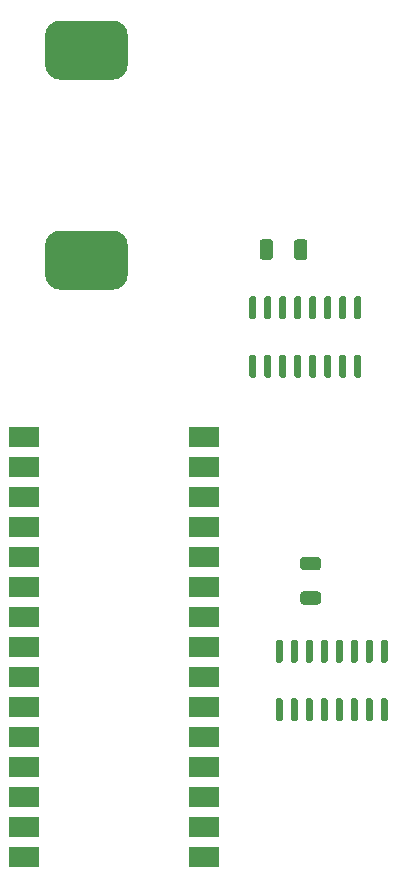
<source format=gbr>
%TF.GenerationSoftware,KiCad,Pcbnew,(6.0.7)*%
%TF.CreationDate,2022-11-27T12:28:35-05:00*%
%TF.ProjectId,double_layer_prototype,646f7562-6c65-45f6-9c61-7965725f7072,rev?*%
%TF.SameCoordinates,Original*%
%TF.FileFunction,Paste,Top*%
%TF.FilePolarity,Positive*%
%FSLAX46Y46*%
G04 Gerber Fmt 4.6, Leading zero omitted, Abs format (unit mm)*
G04 Created by KiCad (PCBNEW (6.0.7)) date 2022-11-27 12:28:35*
%MOMM*%
%LPD*%
G01*
G04 APERTURE LIST*
%ADD10R,2.500000X1.750000*%
G04 APERTURE END LIST*
%TO.C,U1*%
G36*
G01*
X82831800Y-127360000D02*
X83131800Y-127360000D01*
G75*
G02*
X83281800Y-127510000I0J-150000D01*
G01*
X83281800Y-129160000D01*
G75*
G02*
X83131800Y-129310000I-150000J0D01*
G01*
X82831800Y-129310000D01*
G75*
G02*
X82681800Y-129160000I0J150000D01*
G01*
X82681800Y-127510000D01*
G75*
G02*
X82831800Y-127360000I150000J0D01*
G01*
G37*
G36*
G01*
X81561800Y-127360000D02*
X81861800Y-127360000D01*
G75*
G02*
X82011800Y-127510000I0J-150000D01*
G01*
X82011800Y-129160000D01*
G75*
G02*
X81861800Y-129310000I-150000J0D01*
G01*
X81561800Y-129310000D01*
G75*
G02*
X81411800Y-129160000I0J150000D01*
G01*
X81411800Y-127510000D01*
G75*
G02*
X81561800Y-127360000I150000J0D01*
G01*
G37*
G36*
G01*
X80291800Y-127360000D02*
X80591800Y-127360000D01*
G75*
G02*
X80741800Y-127510000I0J-150000D01*
G01*
X80741800Y-129160000D01*
G75*
G02*
X80591800Y-129310000I-150000J0D01*
G01*
X80291800Y-129310000D01*
G75*
G02*
X80141800Y-129160000I0J150000D01*
G01*
X80141800Y-127510000D01*
G75*
G02*
X80291800Y-127360000I150000J0D01*
G01*
G37*
G36*
G01*
X79021800Y-127360000D02*
X79321800Y-127360000D01*
G75*
G02*
X79471800Y-127510000I0J-150000D01*
G01*
X79471800Y-129160000D01*
G75*
G02*
X79321800Y-129310000I-150000J0D01*
G01*
X79021800Y-129310000D01*
G75*
G02*
X78871800Y-129160000I0J150000D01*
G01*
X78871800Y-127510000D01*
G75*
G02*
X79021800Y-127360000I150000J0D01*
G01*
G37*
G36*
G01*
X77751800Y-127360000D02*
X78051800Y-127360000D01*
G75*
G02*
X78201800Y-127510000I0J-150000D01*
G01*
X78201800Y-129160000D01*
G75*
G02*
X78051800Y-129310000I-150000J0D01*
G01*
X77751800Y-129310000D01*
G75*
G02*
X77601800Y-129160000I0J150000D01*
G01*
X77601800Y-127510000D01*
G75*
G02*
X77751800Y-127360000I150000J0D01*
G01*
G37*
G36*
G01*
X76481800Y-127360000D02*
X76781800Y-127360000D01*
G75*
G02*
X76931800Y-127510000I0J-150000D01*
G01*
X76931800Y-129160000D01*
G75*
G02*
X76781800Y-129310000I-150000J0D01*
G01*
X76481800Y-129310000D01*
G75*
G02*
X76331800Y-129160000I0J150000D01*
G01*
X76331800Y-127510000D01*
G75*
G02*
X76481800Y-127360000I150000J0D01*
G01*
G37*
G36*
G01*
X75211800Y-127360000D02*
X75511800Y-127360000D01*
G75*
G02*
X75661800Y-127510000I0J-150000D01*
G01*
X75661800Y-129160000D01*
G75*
G02*
X75511800Y-129310000I-150000J0D01*
G01*
X75211800Y-129310000D01*
G75*
G02*
X75061800Y-129160000I0J150000D01*
G01*
X75061800Y-127510000D01*
G75*
G02*
X75211800Y-127360000I150000J0D01*
G01*
G37*
G36*
G01*
X73941800Y-127360000D02*
X74241800Y-127360000D01*
G75*
G02*
X74391800Y-127510000I0J-150000D01*
G01*
X74391800Y-129160000D01*
G75*
G02*
X74241800Y-129310000I-150000J0D01*
G01*
X73941800Y-129310000D01*
G75*
G02*
X73791800Y-129160000I0J150000D01*
G01*
X73791800Y-127510000D01*
G75*
G02*
X73941800Y-127360000I150000J0D01*
G01*
G37*
G36*
G01*
X73941800Y-132310000D02*
X74241800Y-132310000D01*
G75*
G02*
X74391800Y-132460000I0J-150000D01*
G01*
X74391800Y-134110000D01*
G75*
G02*
X74241800Y-134260000I-150000J0D01*
G01*
X73941800Y-134260000D01*
G75*
G02*
X73791800Y-134110000I0J150000D01*
G01*
X73791800Y-132460000D01*
G75*
G02*
X73941800Y-132310000I150000J0D01*
G01*
G37*
G36*
G01*
X75211800Y-132310000D02*
X75511800Y-132310000D01*
G75*
G02*
X75661800Y-132460000I0J-150000D01*
G01*
X75661800Y-134110000D01*
G75*
G02*
X75511800Y-134260000I-150000J0D01*
G01*
X75211800Y-134260000D01*
G75*
G02*
X75061800Y-134110000I0J150000D01*
G01*
X75061800Y-132460000D01*
G75*
G02*
X75211800Y-132310000I150000J0D01*
G01*
G37*
G36*
G01*
X76481800Y-132310000D02*
X76781800Y-132310000D01*
G75*
G02*
X76931800Y-132460000I0J-150000D01*
G01*
X76931800Y-134110000D01*
G75*
G02*
X76781800Y-134260000I-150000J0D01*
G01*
X76481800Y-134260000D01*
G75*
G02*
X76331800Y-134110000I0J150000D01*
G01*
X76331800Y-132460000D01*
G75*
G02*
X76481800Y-132310000I150000J0D01*
G01*
G37*
G36*
G01*
X77751800Y-132310000D02*
X78051800Y-132310000D01*
G75*
G02*
X78201800Y-132460000I0J-150000D01*
G01*
X78201800Y-134110000D01*
G75*
G02*
X78051800Y-134260000I-150000J0D01*
G01*
X77751800Y-134260000D01*
G75*
G02*
X77601800Y-134110000I0J150000D01*
G01*
X77601800Y-132460000D01*
G75*
G02*
X77751800Y-132310000I150000J0D01*
G01*
G37*
G36*
G01*
X79021800Y-132310000D02*
X79321800Y-132310000D01*
G75*
G02*
X79471800Y-132460000I0J-150000D01*
G01*
X79471800Y-134110000D01*
G75*
G02*
X79321800Y-134260000I-150000J0D01*
G01*
X79021800Y-134260000D01*
G75*
G02*
X78871800Y-134110000I0J150000D01*
G01*
X78871800Y-132460000D01*
G75*
G02*
X79021800Y-132310000I150000J0D01*
G01*
G37*
G36*
G01*
X80291800Y-132310000D02*
X80591800Y-132310000D01*
G75*
G02*
X80741800Y-132460000I0J-150000D01*
G01*
X80741800Y-134110000D01*
G75*
G02*
X80591800Y-134260000I-150000J0D01*
G01*
X80291800Y-134260000D01*
G75*
G02*
X80141800Y-134110000I0J150000D01*
G01*
X80141800Y-132460000D01*
G75*
G02*
X80291800Y-132310000I150000J0D01*
G01*
G37*
G36*
G01*
X81561800Y-132310000D02*
X81861800Y-132310000D01*
G75*
G02*
X82011800Y-132460000I0J-150000D01*
G01*
X82011800Y-134110000D01*
G75*
G02*
X81861800Y-134260000I-150000J0D01*
G01*
X81561800Y-134260000D01*
G75*
G02*
X81411800Y-134110000I0J150000D01*
G01*
X81411800Y-132460000D01*
G75*
G02*
X81561800Y-132310000I150000J0D01*
G01*
G37*
G36*
G01*
X82831800Y-132310000D02*
X83131800Y-132310000D01*
G75*
G02*
X83281800Y-132460000I0J-150000D01*
G01*
X83281800Y-134110000D01*
G75*
G02*
X83131800Y-134260000I-150000J0D01*
G01*
X82831800Y-134260000D01*
G75*
G02*
X82681800Y-134110000I0J150000D01*
G01*
X82681800Y-132460000D01*
G75*
G02*
X82831800Y-132310000I150000J0D01*
G01*
G37*
%TD*%
%TO.C,R2*%
G36*
G01*
X77358400Y-124402200D02*
X76108400Y-124402200D01*
G75*
G02*
X75858400Y-124152200I0J250000D01*
G01*
X75858400Y-123527200D01*
G75*
G02*
X76108400Y-123277200I250000J0D01*
G01*
X77358400Y-123277200D01*
G75*
G02*
X77608400Y-123527200I0J-250000D01*
G01*
X77608400Y-124152200D01*
G75*
G02*
X77358400Y-124402200I-250000J0D01*
G01*
G37*
G36*
G01*
X77358400Y-121477200D02*
X76108400Y-121477200D01*
G75*
G02*
X75858400Y-121227200I0J250000D01*
G01*
X75858400Y-120602200D01*
G75*
G02*
X76108400Y-120352200I250000J0D01*
G01*
X77358400Y-120352200D01*
G75*
G02*
X77608400Y-120602200I0J-250000D01*
G01*
X77608400Y-121227200D01*
G75*
G02*
X77358400Y-121477200I-250000J0D01*
G01*
G37*
%TD*%
%TO.C,J1*%
G36*
G01*
X60009600Y-97724600D02*
X55509600Y-97724600D01*
G75*
G02*
X54259600Y-96474600I0J1250000D01*
G01*
X54259600Y-93974600D01*
G75*
G02*
X55509600Y-92724600I1250000J0D01*
G01*
X60009600Y-92724600D01*
G75*
G02*
X61259600Y-93974600I0J-1250000D01*
G01*
X61259600Y-96474600D01*
G75*
G02*
X60009600Y-97724600I-1250000J0D01*
G01*
G37*
G36*
G01*
X60009600Y-79944600D02*
X55509600Y-79944600D01*
G75*
G02*
X54259600Y-78694600I0J1250000D01*
G01*
X54259600Y-76194600D01*
G75*
G02*
X55509600Y-74944600I1250000J0D01*
G01*
X60009600Y-74944600D01*
G75*
G02*
X61259600Y-76194600I0J-1250000D01*
G01*
X61259600Y-78694600D01*
G75*
G02*
X60009600Y-79944600I-1250000J0D01*
G01*
G37*
%TD*%
%TO.C,R1*%
G36*
G01*
X72422400Y-94960600D02*
X72422400Y-93710600D01*
G75*
G02*
X72672400Y-93460600I250000J0D01*
G01*
X73297400Y-93460600D01*
G75*
G02*
X73547400Y-93710600I0J-250000D01*
G01*
X73547400Y-94960600D01*
G75*
G02*
X73297400Y-95210600I-250000J0D01*
G01*
X72672400Y-95210600D01*
G75*
G02*
X72422400Y-94960600I0J250000D01*
G01*
G37*
G36*
G01*
X75347400Y-94960600D02*
X75347400Y-93710600D01*
G75*
G02*
X75597400Y-93460600I250000J0D01*
G01*
X76222400Y-93460600D01*
G75*
G02*
X76472400Y-93710600I0J-250000D01*
G01*
X76472400Y-94960600D01*
G75*
G02*
X76222400Y-95210600I-250000J0D01*
G01*
X75597400Y-95210600D01*
G75*
G02*
X75347400Y-94960600I0J250000D01*
G01*
G37*
%TD*%
%TO.C,U2*%
G36*
G01*
X80571200Y-98277000D02*
X80871200Y-98277000D01*
G75*
G02*
X81021200Y-98427000I0J-150000D01*
G01*
X81021200Y-100077000D01*
G75*
G02*
X80871200Y-100227000I-150000J0D01*
G01*
X80571200Y-100227000D01*
G75*
G02*
X80421200Y-100077000I0J150000D01*
G01*
X80421200Y-98427000D01*
G75*
G02*
X80571200Y-98277000I150000J0D01*
G01*
G37*
G36*
G01*
X79301200Y-98277000D02*
X79601200Y-98277000D01*
G75*
G02*
X79751200Y-98427000I0J-150000D01*
G01*
X79751200Y-100077000D01*
G75*
G02*
X79601200Y-100227000I-150000J0D01*
G01*
X79301200Y-100227000D01*
G75*
G02*
X79151200Y-100077000I0J150000D01*
G01*
X79151200Y-98427000D01*
G75*
G02*
X79301200Y-98277000I150000J0D01*
G01*
G37*
G36*
G01*
X78031200Y-98277000D02*
X78331200Y-98277000D01*
G75*
G02*
X78481200Y-98427000I0J-150000D01*
G01*
X78481200Y-100077000D01*
G75*
G02*
X78331200Y-100227000I-150000J0D01*
G01*
X78031200Y-100227000D01*
G75*
G02*
X77881200Y-100077000I0J150000D01*
G01*
X77881200Y-98427000D01*
G75*
G02*
X78031200Y-98277000I150000J0D01*
G01*
G37*
G36*
G01*
X76761200Y-98277000D02*
X77061200Y-98277000D01*
G75*
G02*
X77211200Y-98427000I0J-150000D01*
G01*
X77211200Y-100077000D01*
G75*
G02*
X77061200Y-100227000I-150000J0D01*
G01*
X76761200Y-100227000D01*
G75*
G02*
X76611200Y-100077000I0J150000D01*
G01*
X76611200Y-98427000D01*
G75*
G02*
X76761200Y-98277000I150000J0D01*
G01*
G37*
G36*
G01*
X75491200Y-98277000D02*
X75791200Y-98277000D01*
G75*
G02*
X75941200Y-98427000I0J-150000D01*
G01*
X75941200Y-100077000D01*
G75*
G02*
X75791200Y-100227000I-150000J0D01*
G01*
X75491200Y-100227000D01*
G75*
G02*
X75341200Y-100077000I0J150000D01*
G01*
X75341200Y-98427000D01*
G75*
G02*
X75491200Y-98277000I150000J0D01*
G01*
G37*
G36*
G01*
X74221200Y-98277000D02*
X74521200Y-98277000D01*
G75*
G02*
X74671200Y-98427000I0J-150000D01*
G01*
X74671200Y-100077000D01*
G75*
G02*
X74521200Y-100227000I-150000J0D01*
G01*
X74221200Y-100227000D01*
G75*
G02*
X74071200Y-100077000I0J150000D01*
G01*
X74071200Y-98427000D01*
G75*
G02*
X74221200Y-98277000I150000J0D01*
G01*
G37*
G36*
G01*
X72951200Y-98277000D02*
X73251200Y-98277000D01*
G75*
G02*
X73401200Y-98427000I0J-150000D01*
G01*
X73401200Y-100077000D01*
G75*
G02*
X73251200Y-100227000I-150000J0D01*
G01*
X72951200Y-100227000D01*
G75*
G02*
X72801200Y-100077000I0J150000D01*
G01*
X72801200Y-98427000D01*
G75*
G02*
X72951200Y-98277000I150000J0D01*
G01*
G37*
G36*
G01*
X71681200Y-98277000D02*
X71981200Y-98277000D01*
G75*
G02*
X72131200Y-98427000I0J-150000D01*
G01*
X72131200Y-100077000D01*
G75*
G02*
X71981200Y-100227000I-150000J0D01*
G01*
X71681200Y-100227000D01*
G75*
G02*
X71531200Y-100077000I0J150000D01*
G01*
X71531200Y-98427000D01*
G75*
G02*
X71681200Y-98277000I150000J0D01*
G01*
G37*
G36*
G01*
X71681200Y-103227000D02*
X71981200Y-103227000D01*
G75*
G02*
X72131200Y-103377000I0J-150000D01*
G01*
X72131200Y-105027000D01*
G75*
G02*
X71981200Y-105177000I-150000J0D01*
G01*
X71681200Y-105177000D01*
G75*
G02*
X71531200Y-105027000I0J150000D01*
G01*
X71531200Y-103377000D01*
G75*
G02*
X71681200Y-103227000I150000J0D01*
G01*
G37*
G36*
G01*
X72951200Y-103227000D02*
X73251200Y-103227000D01*
G75*
G02*
X73401200Y-103377000I0J-150000D01*
G01*
X73401200Y-105027000D01*
G75*
G02*
X73251200Y-105177000I-150000J0D01*
G01*
X72951200Y-105177000D01*
G75*
G02*
X72801200Y-105027000I0J150000D01*
G01*
X72801200Y-103377000D01*
G75*
G02*
X72951200Y-103227000I150000J0D01*
G01*
G37*
G36*
G01*
X74221200Y-103227000D02*
X74521200Y-103227000D01*
G75*
G02*
X74671200Y-103377000I0J-150000D01*
G01*
X74671200Y-105027000D01*
G75*
G02*
X74521200Y-105177000I-150000J0D01*
G01*
X74221200Y-105177000D01*
G75*
G02*
X74071200Y-105027000I0J150000D01*
G01*
X74071200Y-103377000D01*
G75*
G02*
X74221200Y-103227000I150000J0D01*
G01*
G37*
G36*
G01*
X75491200Y-103227000D02*
X75791200Y-103227000D01*
G75*
G02*
X75941200Y-103377000I0J-150000D01*
G01*
X75941200Y-105027000D01*
G75*
G02*
X75791200Y-105177000I-150000J0D01*
G01*
X75491200Y-105177000D01*
G75*
G02*
X75341200Y-105027000I0J150000D01*
G01*
X75341200Y-103377000D01*
G75*
G02*
X75491200Y-103227000I150000J0D01*
G01*
G37*
G36*
G01*
X76761200Y-103227000D02*
X77061200Y-103227000D01*
G75*
G02*
X77211200Y-103377000I0J-150000D01*
G01*
X77211200Y-105027000D01*
G75*
G02*
X77061200Y-105177000I-150000J0D01*
G01*
X76761200Y-105177000D01*
G75*
G02*
X76611200Y-105027000I0J150000D01*
G01*
X76611200Y-103377000D01*
G75*
G02*
X76761200Y-103227000I150000J0D01*
G01*
G37*
G36*
G01*
X78031200Y-103227000D02*
X78331200Y-103227000D01*
G75*
G02*
X78481200Y-103377000I0J-150000D01*
G01*
X78481200Y-105027000D01*
G75*
G02*
X78331200Y-105177000I-150000J0D01*
G01*
X78031200Y-105177000D01*
G75*
G02*
X77881200Y-105027000I0J150000D01*
G01*
X77881200Y-103377000D01*
G75*
G02*
X78031200Y-103227000I150000J0D01*
G01*
G37*
G36*
G01*
X79301200Y-103227000D02*
X79601200Y-103227000D01*
G75*
G02*
X79751200Y-103377000I0J-150000D01*
G01*
X79751200Y-105027000D01*
G75*
G02*
X79601200Y-105177000I-150000J0D01*
G01*
X79301200Y-105177000D01*
G75*
G02*
X79151200Y-105027000I0J150000D01*
G01*
X79151200Y-103377000D01*
G75*
G02*
X79301200Y-103227000I150000J0D01*
G01*
G37*
G36*
G01*
X80571200Y-103227000D02*
X80871200Y-103227000D01*
G75*
G02*
X81021200Y-103377000I0J-150000D01*
G01*
X81021200Y-105027000D01*
G75*
G02*
X80871200Y-105177000I-150000J0D01*
G01*
X80571200Y-105177000D01*
G75*
G02*
X80421200Y-105027000I0J150000D01*
G01*
X80421200Y-103377000D01*
G75*
G02*
X80571200Y-103227000I150000J0D01*
G01*
G37*
%TD*%
D10*
%TO.C,A1*%
X67731800Y-145719800D03*
X67731800Y-143179800D03*
X67731800Y-140639800D03*
X67731800Y-138099800D03*
X67731800Y-135559800D03*
X67731800Y-133019800D03*
X67731800Y-130479800D03*
X67731800Y-127939800D03*
X67731800Y-125399800D03*
X67731800Y-122859800D03*
X67731800Y-120319800D03*
X67731800Y-117779800D03*
X67731800Y-115239800D03*
X67731800Y-112699800D03*
X67731800Y-110159800D03*
X52491800Y-110159800D03*
X52491800Y-112699800D03*
X52491800Y-115239800D03*
X52491800Y-117779800D03*
X52491800Y-120319800D03*
X52491800Y-122859800D03*
X52491800Y-125399800D03*
X52491800Y-127939800D03*
X52491800Y-130479800D03*
X52491800Y-133019800D03*
X52491800Y-135559800D03*
X52491800Y-138099800D03*
X52491800Y-140639800D03*
X52491800Y-143179800D03*
X52491800Y-145719800D03*
%TD*%
M02*

</source>
